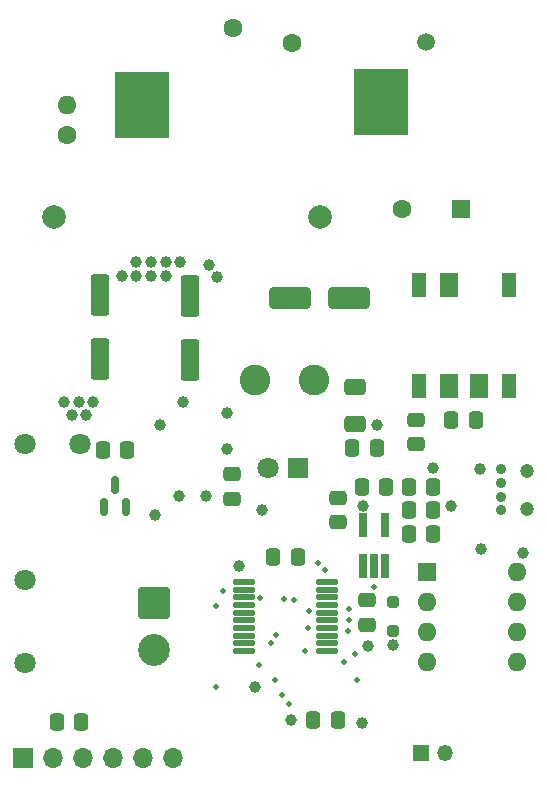
<source format=gts>
%TF.GenerationSoftware,KiCad,Pcbnew,7.0.8*%
%TF.CreationDate,2024-01-29T20:53:27-05:00*%
%TF.ProjectId,lightlink,6c696768-746c-4696-9e6b-2e6b69636164,rev?*%
%TF.SameCoordinates,Original*%
%TF.FileFunction,Soldermask,Top*%
%TF.FilePolarity,Negative*%
%FSLAX46Y46*%
G04 Gerber Fmt 4.6, Leading zero omitted, Abs format (unit mm)*
G04 Created by KiCad (PCBNEW 7.0.8) date 2024-01-29 20:53:27*
%MOMM*%
%LPD*%
G01*
G04 APERTURE LIST*
G04 Aperture macros list*
%AMRoundRect*
0 Rectangle with rounded corners*
0 $1 Rounding radius*
0 $2 $3 $4 $5 $6 $7 $8 $9 X,Y pos of 4 corners*
0 Add a 4 corners polygon primitive as box body*
4,1,4,$2,$3,$4,$5,$6,$7,$8,$9,$2,$3,0*
0 Add four circle primitives for the rounded corners*
1,1,$1+$1,$2,$3*
1,1,$1+$1,$4,$5*
1,1,$1+$1,$6,$7*
1,1,$1+$1,$8,$9*
0 Add four rect primitives between the rounded corners*
20,1,$1+$1,$2,$3,$4,$5,0*
20,1,$1+$1,$4,$5,$6,$7,0*
20,1,$1+$1,$6,$7,$8,$9,0*
20,1,$1+$1,$8,$9,$2,$3,0*%
G04 Aperture macros list end*
%ADD10RoundRect,0.250000X0.550000X-1.500000X0.550000X1.500000X-0.550000X1.500000X-0.550000X-1.500000X0*%
%ADD11C,2.000000*%
%ADD12RoundRect,0.250000X0.475000X-0.337500X0.475000X0.337500X-0.475000X0.337500X-0.475000X-0.337500X0*%
%ADD13RoundRect,0.250000X0.337500X0.475000X-0.337500X0.475000X-0.337500X-0.475000X0.337500X-0.475000X0*%
%ADD14R,4.600000X5.700000*%
%ADD15R,1.800000X1.800000*%
%ADD16C,1.800000*%
%ADD17RoundRect,0.150000X0.150000X-0.587500X0.150000X0.587500X-0.150000X0.587500X-0.150000X-0.587500X0*%
%ADD18R,1.600000X1.600000*%
%ADD19O,1.600000X1.600000*%
%ADD20RoundRect,0.250000X-0.337500X-0.475000X0.337500X-0.475000X0.337500X0.475000X-0.337500X0.475000X0*%
%ADD21RoundRect,0.250000X0.650000X-0.412500X0.650000X0.412500X-0.650000X0.412500X-0.650000X-0.412500X0*%
%ADD22C,1.600000*%
%ADD23R,1.350000X1.350000*%
%ADD24O,1.350000X1.350000*%
%ADD25RoundRect,0.250000X-0.475000X0.337500X-0.475000X-0.337500X0.475000X-0.337500X0.475000X0.337500X0*%
%ADD26R,1.700000X1.700000*%
%ADD27O,1.700000X1.700000*%
%ADD28R,1.170000X2.000000*%
%ADD29R,1.520000X2.000000*%
%ADD30RoundRect,0.250001X-1.099999X1.099999X-1.099999X-1.099999X1.099999X-1.099999X1.099999X1.099999X0*%
%ADD31C,2.700000*%
%ADD32C,1.200000*%
%ADD33C,0.900000*%
%ADD34C,2.600000*%
%ADD35RoundRect,0.250000X-0.250000X0.250000X-0.250000X-0.250000X0.250000X-0.250000X0.250000X0.250000X0*%
%ADD36RoundRect,0.250000X1.500000X0.650000X-1.500000X0.650000X-1.500000X-0.650000X1.500000X-0.650000X0*%
%ADD37RoundRect,0.125000X-0.825000X-0.125000X0.825000X-0.125000X0.825000X0.125000X-0.825000X0.125000X0*%
%ADD38R,0.650000X2.000000*%
%ADD39C,1.000000*%
%ADD40C,0.500000*%
%ADD41C,1.500000*%
G04 APERTURE END LIST*
D10*
%TO.C,C4*%
X121640000Y-100600000D03*
X121640000Y-95200000D03*
%TD*%
D11*
%TO.C,F1*%
X140290000Y-88600000D03*
X117790000Y-88600000D03*
%TD*%
D12*
%TO.C,R11*%
X132840000Y-112437500D03*
X132840000Y-110362500D03*
%TD*%
D13*
%TO.C,C12*%
X149877500Y-113400000D03*
X147802500Y-113400000D03*
%TD*%
%TO.C,C11*%
X149877500Y-115400000D03*
X147802500Y-115400000D03*
%TD*%
D10*
%TO.C,C9*%
X129240000Y-100700000D03*
X129240000Y-95300000D03*
%TD*%
D14*
%TO.C,J4*%
X145465000Y-78850000D03*
%TD*%
D15*
%TO.C,D4*%
X138375000Y-109800000D03*
D16*
X135835000Y-109800000D03*
%TD*%
D17*
%TO.C,Q1*%
X122940000Y-111262500D03*
X121990000Y-113137500D03*
X123890000Y-113137500D03*
%TD*%
D18*
%TO.C,SW1*%
X149340000Y-118600000D03*
D19*
X149340000Y-121140000D03*
X149340000Y-123680000D03*
X149340000Y-126220000D03*
X156960000Y-126220000D03*
X156960000Y-123680000D03*
X156960000Y-121140000D03*
X156960000Y-118600000D03*
%TD*%
D20*
%TO.C,R19*%
X147802500Y-111400000D03*
X149877500Y-111400000D03*
%TD*%
D21*
%TO.C,C3*%
X143240000Y-106125000D03*
X143240000Y-103000000D03*
%TD*%
D18*
%TO.C,C1*%
X152242651Y-87900000D03*
D22*
X147242651Y-87900000D03*
%TD*%
D13*
%TO.C,C15*%
X141777500Y-131200000D03*
X139702500Y-131200000D03*
%TD*%
D23*
%TO.C,J2*%
X148840000Y-134000000D03*
D24*
X150840000Y-134000000D03*
%TD*%
D14*
%TO.C,J5*%
X125240000Y-79100000D03*
%TD*%
D20*
%TO.C,R18*%
X143802500Y-111400000D03*
X145877500Y-111400000D03*
%TD*%
D22*
%TO.C,RV1*%
X132940000Y-72550000D03*
X137940000Y-73850000D03*
%TD*%
D12*
%TO.C,R8*%
X148440000Y-107800000D03*
X148440000Y-105725000D03*
%TD*%
D25*
%TO.C,R16*%
X141840000Y-112362500D03*
X141840000Y-114437500D03*
%TD*%
D26*
%TO.C,J1*%
X115140000Y-134400000D03*
D27*
X117680000Y-134400000D03*
X120220000Y-134400000D03*
X122760000Y-134400000D03*
X125300000Y-134400000D03*
X127840000Y-134400000D03*
%TD*%
D28*
%TO.C,U3*%
X148630000Y-102900000D03*
D29*
X151170000Y-102900000D03*
X153710000Y-102900000D03*
D28*
X156250000Y-102900000D03*
X156250000Y-94300000D03*
D29*
X151170000Y-94300000D03*
D28*
X148630000Y-94300000D03*
%TD*%
D20*
%TO.C,R17*%
X121902500Y-108300000D03*
X123977500Y-108300000D03*
%TD*%
D30*
%TO.C,J3*%
X126240000Y-121240000D03*
D31*
X126240000Y-125200000D03*
%TD*%
D32*
%TO.C,SW2*%
X157840000Y-110075000D03*
X157840000Y-113275000D03*
D33*
X155640000Y-111100000D03*
X155640000Y-109950000D03*
X155640000Y-113400000D03*
X155640000Y-112250000D03*
%TD*%
D34*
%TO.C,L1*%
X139740000Y-102362500D03*
X134740000Y-102362500D03*
%TD*%
D35*
%TO.C,D5*%
X146440000Y-121150000D03*
X146440000Y-123650000D03*
%TD*%
D13*
%TO.C,C2*%
X153477500Y-105800000D03*
X151402500Y-105800000D03*
%TD*%
%TO.C,R1*%
X120077500Y-131300000D03*
X118002500Y-131300000D03*
%TD*%
%TO.C,R7*%
X145077500Y-108100000D03*
X143002500Y-108100000D03*
%TD*%
D22*
%TO.C,R9*%
X118900000Y-81645000D03*
D19*
X118900000Y-79105000D03*
%TD*%
D12*
%TO.C,C13*%
X144290000Y-123087500D03*
X144290000Y-121012500D03*
%TD*%
D36*
%TO.C,D2*%
X142740000Y-95400000D03*
X137740000Y-95400000D03*
%TD*%
D13*
%TO.C,C14*%
X138377500Y-117400000D03*
X136302500Y-117400000D03*
%TD*%
D16*
%TO.C,K1*%
X115290000Y-119300000D03*
X115290000Y-126300000D03*
X115290000Y-107800000D03*
X119990000Y-107800000D03*
%TD*%
D37*
%TO.C,U1*%
X133840000Y-119475000D03*
X133840000Y-120125000D03*
X133840000Y-120775000D03*
X133840000Y-121425000D03*
X133840000Y-122075000D03*
X133840000Y-122725000D03*
X133840000Y-123375000D03*
X133840000Y-124025000D03*
X133840000Y-124675000D03*
X133840000Y-125325000D03*
X140840000Y-125325000D03*
X140840000Y-124675000D03*
X140840000Y-124025000D03*
X140840000Y-123375000D03*
X140840000Y-122725000D03*
X140840000Y-122075000D03*
X140840000Y-121425000D03*
X140840000Y-120775000D03*
X140840000Y-120125000D03*
X140840000Y-119475000D03*
%TD*%
D38*
%TO.C,U5*%
X143890000Y-118110000D03*
X144840000Y-118110000D03*
X145790000Y-118110000D03*
X145790000Y-114690000D03*
X143890000Y-114690000D03*
%TD*%
D39*
X125940000Y-93600000D03*
X149840000Y-109800000D03*
X130840000Y-92600000D03*
X144340000Y-124900000D03*
X146440000Y-124800000D03*
D40*
X140690000Y-118500000D03*
X140090000Y-117906233D03*
D39*
X126340000Y-113775500D03*
X124740000Y-92400000D03*
X127240000Y-92400000D03*
X124740000Y-93600000D03*
X123540000Y-93600000D03*
X143840000Y-131400000D03*
X128440000Y-92400000D03*
X127240000Y-93600000D03*
X131600000Y-93700000D03*
D40*
X144840000Y-119900000D03*
D39*
X125940000Y-92400000D03*
X121040000Y-104200000D03*
X119840000Y-104200000D03*
X120440000Y-105300000D03*
X118640000Y-104200000D03*
X119240000Y-105300000D03*
X143890000Y-113050000D03*
X137840000Y-131200000D03*
X133440000Y-118100000D03*
X130640000Y-112200000D03*
X153840000Y-109900000D03*
X153877500Y-116650000D03*
X128340000Y-112200000D03*
X132440000Y-105200000D03*
X134793249Y-128346751D03*
X135340000Y-113400000D03*
X132440000Y-108200000D03*
X151340000Y-113050000D03*
D40*
X143240000Y-125600000D03*
X135240000Y-120800000D03*
X143440000Y-127800000D03*
X136440000Y-127800000D03*
D39*
X157440000Y-117000000D03*
D41*
X149240000Y-73800000D03*
D40*
X131490000Y-128400000D03*
X131490000Y-121500000D03*
X137040000Y-129050000D03*
X137240000Y-120950000D03*
X137640000Y-129850000D03*
X138090000Y-121000000D03*
X139264500Y-123350000D03*
X142290000Y-126250000D03*
X142690000Y-123600000D03*
X142740000Y-122700000D03*
X142740000Y-121800000D03*
X132090000Y-120250000D03*
X139340000Y-121900000D03*
X138990000Y-125350000D03*
X135140000Y-126475500D03*
X136090000Y-124650000D03*
X136540000Y-123950000D03*
D39*
X145122134Y-106158614D03*
X128690000Y-104250000D03*
X126740000Y-106200000D03*
M02*

</source>
